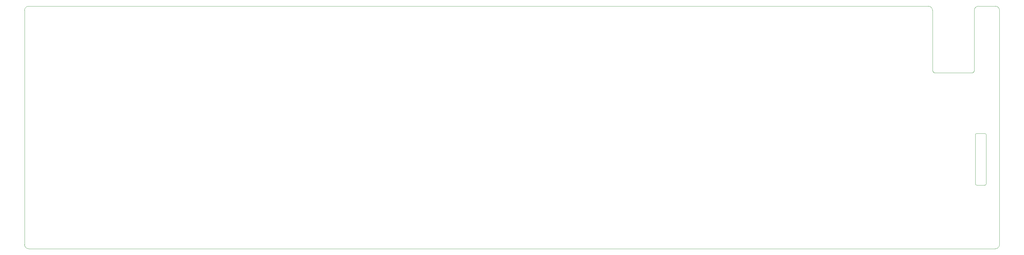
<source format=gbr>
%TF.GenerationSoftware,KiCad,Pcbnew,9.0.2*%
%TF.CreationDate,2025-07-09T23:02:58+05:30*%
%TF.ProjectId,comfort40pcb,636f6d66-6f72-4743-9430-7063622e6b69,rev?*%
%TF.SameCoordinates,Original*%
%TF.FileFunction,Profile,NP*%
%FSLAX46Y46*%
G04 Gerber Fmt 4.6, Leading zero omitted, Abs format (unit mm)*
G04 Created by KiCad (PCBNEW 9.0.2) date 2025-07-09 23:02:58*
%MOMM*%
%LPD*%
G01*
G04 APERTURE LIST*
%TA.AperFunction,Profile*%
%ADD10C,0.100000*%
%TD*%
%TA.AperFunction,Profile*%
%ADD11C,0.050000*%
%TD*%
G04 APERTURE END LIST*
D10*
X371597619Y-81701253D02*
X360097619Y-81701253D01*
X76383619Y-137000000D02*
X378983619Y-137000000D01*
X378983619Y-60801249D02*
X373697619Y-60801249D01*
X371775636Y-81681239D02*
X371597619Y-81701253D01*
X76383619Y-137000000D02*
G75*
G02*
X75083600Y-135700000I-19J1300000D01*
G01*
X372397619Y-80901253D02*
X372377552Y-81079271D01*
X372318381Y-81248363D02*
X372223072Y-81400051D01*
X359317618Y-81079275D02*
X359297619Y-80901253D01*
X355300000Y-60801249D02*
X76383619Y-60801249D01*
X359750496Y-81622035D02*
X359598802Y-81526727D01*
X359598802Y-81526727D02*
X359472118Y-81400055D01*
X372223072Y-81400051D02*
X372096402Y-81526731D01*
X372377552Y-81079271D02*
X372318381Y-81248363D01*
X372397619Y-62101249D02*
G75*
G02*
X373697619Y-60801319I1299881J49D01*
G01*
X359297619Y-80900000D02*
X359297619Y-62101249D01*
X359376797Y-81248369D02*
X359317618Y-81079275D01*
X380283619Y-135700000D02*
G75*
G02*
X378983619Y-137000019I-1300019J0D01*
G01*
X75083619Y-135700000D02*
X75083619Y-62101249D01*
X355300000Y-60801249D02*
X357997619Y-60801249D01*
X75083619Y-62101249D02*
G75*
G02*
X76383619Y-60801319I1299881J49D01*
G01*
X360097619Y-81701253D02*
X359919595Y-81681199D01*
X359472118Y-81400055D02*
X359376797Y-81248369D01*
X372397619Y-80901253D02*
X372397619Y-62101249D01*
X378983619Y-60801249D02*
G75*
G02*
X380283551Y-62101249I-19J-1299951D01*
G01*
X357997619Y-60801249D02*
G75*
G02*
X359297651Y-62101249I-19J-1300051D01*
G01*
X371944722Y-81622054D02*
X371775636Y-81681239D01*
X372096402Y-81526731D02*
X371944722Y-81622054D01*
X359919595Y-81681199D02*
X359750496Y-81622035D01*
X380283619Y-62101249D02*
X380283619Y-135700000D01*
D11*
%TO.C,SW3*%
X372723250Y-116600000D02*
X372723250Y-101200000D01*
X373123250Y-100800000D02*
X375723250Y-100800000D01*
X375723250Y-117000000D02*
X373123250Y-117000000D01*
X376123250Y-101200000D02*
X376123250Y-116600000D01*
X372723250Y-101200000D02*
G75*
G02*
X373123250Y-100800000I400000J0D01*
G01*
X373123250Y-117000000D02*
G75*
G02*
X372723250Y-116600000I0J400000D01*
G01*
X375723250Y-100800000D02*
G75*
G02*
X376123250Y-101200000I0J-400000D01*
G01*
X376123250Y-116600000D02*
G75*
G02*
X375723250Y-117000000I-400000J0D01*
G01*
%TD*%
M02*

</source>
